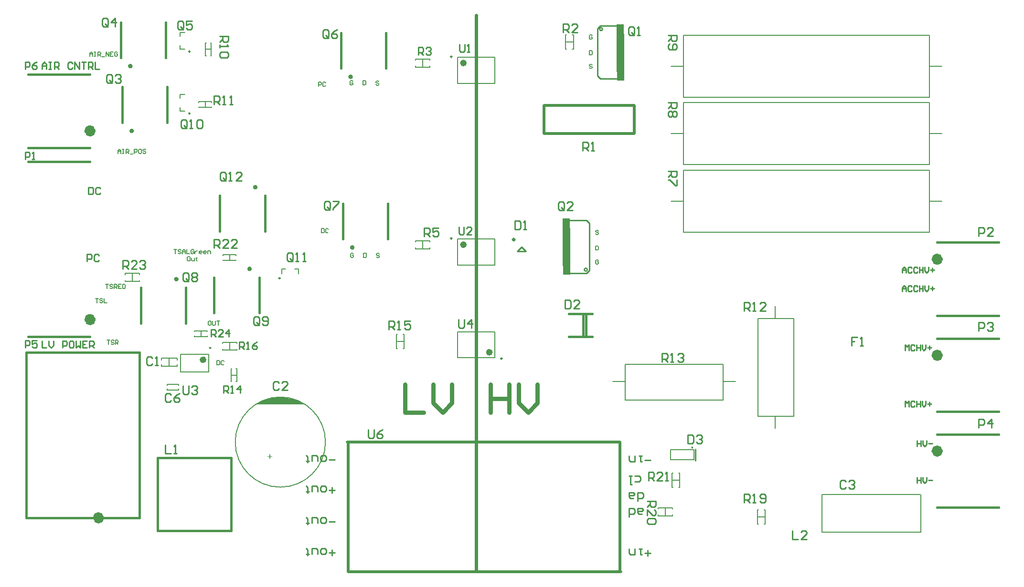
<source format=gbr>
%TF.GenerationSoftware,Altium Limited,Altium Designer,18.1.9 (240)*%
G04 Layer_Color=65535*
%FSLAX26Y26*%
%MOIN*%
%TF.FileFunction,Legend,Top*%
%TF.Part,Single*%
G01*
G75*
%TA.AperFunction,NonConductor*%
%ADD47C,0.007874*%
%ADD48C,0.005906*%
%ADD49C,0.010000*%
%ADD66C,0.039370*%
%ADD67C,0.009842*%
%ADD68C,0.015748*%
%ADD69C,0.023622*%
%ADD70C,0.019685*%
%ADD71C,0.029528*%
%ADD72C,0.009449*%
G04:AMPARAMS|DCode=73|XSize=393.701mil|YSize=51.181mil|CornerRadius=0mil|HoleSize=0mil|Usage=FLASHONLY|Rotation=90.257|XOffset=0mil|YOffset=0mil|HoleType=Round|Shape=Rectangle|*
%AMROTATEDRECTD73*
4,1,4,0.026472,-0.196734,-0.024709,-0.196963,-0.026472,0.196734,0.024709,0.196963,0.026472,-0.196734,0.0*
%
%ADD73ROTATEDRECTD73*%

G36*
X1988032Y1181102D02*
X1653386D01*
X1712441Y1210630D01*
X1781339Y1230315D01*
X1820709D01*
X1889606Y1220472D01*
X1928976Y1210630D01*
X1988032Y1181102D01*
D02*
G37*
G36*
X4696474Y885788D02*
Y885733D01*
Y885566D01*
Y885400D01*
X4696418Y884789D01*
X4696363Y884068D01*
X4696252Y883124D01*
X4696196Y881959D01*
X4696030Y880682D01*
X4695863Y879295D01*
X4695919D01*
X4695974Y879350D01*
X4696141Y879406D01*
X4696363Y879517D01*
X4696918Y879794D01*
X4697639Y880127D01*
X4698527Y880516D01*
X4699582Y880960D01*
X4700747Y881404D01*
X4702024Y881848D01*
X4703245Y878129D01*
X4703189D01*
X4703078Y878074D01*
X4702912Y878018D01*
X4702690Y877963D01*
X4702357Y877852D01*
X4702024Y877741D01*
X4701191Y877519D01*
X4700192Y877297D01*
X4699082Y877019D01*
X4697917Y876797D01*
X4696696Y876631D01*
X4696751Y876575D01*
X4696973Y876353D01*
X4697362Y876020D01*
X4697861Y875521D01*
X4698527Y874799D01*
X4699249Y873967D01*
X4700192Y872912D01*
X4701191Y871691D01*
X4698083Y869527D01*
X4698028Y869638D01*
X4697806Y869915D01*
X4697473Y870359D01*
X4697029Y870970D01*
X4696529Y871802D01*
X4695919Y872746D01*
X4695197Y873856D01*
X4694476Y875077D01*
Y875021D01*
X4694420Y874910D01*
X4694309Y874744D01*
X4694143Y874466D01*
X4693810Y873800D01*
X4693366Y873023D01*
X4692811Y872135D01*
X4692256Y871192D01*
X4691645Y870304D01*
X4691090Y869527D01*
X4688038Y871691D01*
X4688093Y871747D01*
X4688149Y871858D01*
X4688315Y872024D01*
X4688537Y872302D01*
X4689037Y872968D01*
X4689703Y873745D01*
X4690424Y874577D01*
X4691146Y875354D01*
X4691812Y876076D01*
X4692089Y876409D01*
X4692367Y876631D01*
X4692311D01*
X4692200Y876686D01*
X4692034D01*
X4691812Y876742D01*
X4691479Y876797D01*
X4691146Y876908D01*
X4690313Y877075D01*
X4689314Y877297D01*
X4688260Y877519D01*
X4685984Y878129D01*
X4687150Y881848D01*
X4687205D01*
X4687316Y881792D01*
X4687538Y881681D01*
X4687816Y881626D01*
X4688149Y881459D01*
X4688593Y881293D01*
X4689481Y880960D01*
X4690480Y880571D01*
X4691479Y880127D01*
X4692422Y879683D01*
X4693199Y879295D01*
Y879350D01*
Y879517D01*
X4693144Y879739D01*
Y880072D01*
X4693088Y880460D01*
X4693033Y880904D01*
X4692977Y881903D01*
X4692866Y882958D01*
X4692755Y884068D01*
X4692700Y885011D01*
Y885455D01*
Y885844D01*
X4696474D01*
Y885788D01*
D02*
G37*
G36*
X1749480Y816781D02*
X1763331D01*
Y810949D01*
X1749480D01*
Y797244D01*
X1743721D01*
Y810949D01*
X1730016D01*
Y816781D01*
X1743721D01*
Y830486D01*
X1749480D01*
Y816781D01*
D02*
G37*
D47*
X2135669Y915354D02*
G03*
X2135669Y915354I-314961J0D01*
G01*
X1832283Y2093898D02*
Y2125984D01*
X1858268D01*
X1947244Y2093898D02*
Y2125984D01*
X1921260D02*
X1947244D01*
X1120792Y3318898D02*
Y3344882D01*
X1152879D01*
X1120792Y3229921D02*
Y3255905D01*
Y3229921D02*
X1152879D01*
X5275591Y1780512D02*
Y1866142D01*
Y1011378D02*
Y1097008D01*
X5155591Y1780512D02*
X5275591D01*
X5155591Y1097008D02*
Y1780512D01*
Y1097008D02*
X5405591D01*
Y1780512D01*
X5275591D02*
X5405591D01*
X1121378Y3751968D02*
Y3777953D01*
X1153465D01*
X1121378Y3662992D02*
Y3688976D01*
Y3662992D02*
X1153465D01*
X4910433Y1338583D02*
X4996063D01*
X4141299D02*
X4226929D01*
X4910433D02*
Y1458583D01*
X4226929D02*
X4910433D01*
X4226929Y1208583D02*
Y1458583D01*
Y1208583D02*
X4910433D01*
Y1338583D01*
X3318898Y1503937D02*
Y1685039D01*
X3059055Y1503937D02*
Y1685039D01*
Y1503937D02*
X3318898D01*
X3059055Y1685039D02*
X3318898D01*
X3059055Y2153543D02*
Y2334646D01*
X3318898Y2153543D02*
Y2334646D01*
X3059055D02*
X3318898D01*
X3059055Y2153543D02*
X3318898D01*
X3059055Y3423622D02*
Y3604724D01*
X3318897Y3423622D02*
Y3604724D01*
X3059055D02*
X3318897D01*
X3059055Y3423622D02*
X3318897D01*
X5600158Y284291D02*
X6289134D01*
X5600158Y549291D02*
X6289134D01*
X6290158Y284291D02*
Y548071D01*
X5600158Y284291D02*
Y548071D01*
X6351378Y3543307D02*
X6437008D01*
X4547244D02*
X4632874D01*
X6351378D02*
Y3759842D01*
X4632874D02*
X6351378D01*
X4632874Y3326771D02*
Y3759842D01*
Y3326771D02*
X6351378D01*
Y3543307D01*
X4547244Y3070866D02*
X4632874D01*
X6351378D02*
X6437008D01*
X4632874Y2854331D02*
Y3070866D01*
Y2854331D02*
X6351378D01*
Y3287401D01*
X4632874D02*
X6351378D01*
X4632874Y3070866D02*
Y3287401D01*
X6351378Y2598425D02*
X6437008D01*
X4547244D02*
X4632874D01*
X6351378D02*
Y2814960D01*
X4632874D02*
X6351378D01*
X4632874Y2381890D02*
Y2814960D01*
Y2381890D02*
X6351378D01*
Y2598425D01*
X4544961Y791772D02*
Y861772D01*
Y791772D02*
X4705984D01*
Y861772D01*
X4544961D02*
X4705984D01*
X1123543Y1530158D02*
X1320394D01*
X1123543Y1404173D02*
X1320394D01*
Y1530158D01*
X1123543Y1404173D02*
Y1530158D01*
X1653386Y1181102D02*
X1988032D01*
D48*
X1031496Y1279528D02*
Y1287402D01*
Y1279528D02*
X1110236D01*
Y1287402D01*
Y1311024D02*
Y1318898D01*
X1031496D02*
X1110236D01*
X1031496Y1311024D02*
Y1318898D01*
X1511890Y2219724D02*
Y2224724D01*
X1421890D02*
X1511890D01*
X1421890Y2219724D02*
Y2224724D01*
Y2184724D02*
Y2189724D01*
Y2184724D02*
X1511890D01*
Y2189724D01*
X1466890Y2184724D02*
Y2224724D01*
X1311858Y1688228D02*
Y1693228D01*
X1221858D02*
X1311858D01*
X1221858Y1688228D02*
Y1693228D01*
Y1653228D02*
Y1658228D01*
Y1653228D02*
X1311858D01*
Y1658228D01*
X1266858Y1653228D02*
Y1693228D01*
X1044291Y1446024D02*
Y1501142D01*
X989173Y1489331D02*
Y1501142D01*
X1099409D01*
Y1489331D02*
Y1501142D01*
Y1446024D02*
Y1457835D01*
X989173Y1446024D02*
X1099409D01*
X989173D02*
Y1457835D01*
X1416890Y1557716D02*
Y1565275D01*
Y1557716D02*
X1516890D01*
Y1565275D01*
Y1605275D02*
Y1612835D01*
X1416890D02*
X1516890D01*
X1416890Y1605275D02*
Y1612835D01*
X1466890Y1557716D02*
Y1612835D01*
X1476063Y1383504D02*
X1516063D01*
X1511063Y1428504D02*
X1516063D01*
Y1338504D02*
Y1428504D01*
X1511063Y1338504D02*
X1516063D01*
X1476063D02*
X1481063D01*
X1476063D02*
Y1428504D01*
X1481063D01*
X1296968Y3255197D02*
Y3295197D01*
X1251968Y3290197D02*
Y3295197D01*
X1341968D01*
Y3290197D02*
Y3295197D01*
Y3255197D02*
Y3260197D01*
X1251968Y3255197D02*
X1341968D01*
X1251968D02*
Y3260197D01*
X1298898Y3661417D02*
X1338898D01*
X1333898Y3706417D02*
X1338898D01*
Y3616417D02*
Y3706417D01*
X1333898Y3616417D02*
X1338898D01*
X1298898D02*
X1303898D01*
X1298898D02*
Y3706417D01*
X1303898D01*
X2764961Y2266535D02*
Y2274095D01*
Y2266535D02*
X2864961D01*
Y2274095D01*
Y2314095D02*
Y2321654D01*
X2764961D02*
X2864961D01*
X2764961Y2314095D02*
Y2321654D01*
X2814961Y2266535D02*
Y2321654D01*
X5149606Y393701D02*
X5204725D01*
X5197165Y443701D02*
X5204725D01*
Y343701D02*
Y443701D01*
X5197165Y343701D02*
X5204725D01*
X5149606D02*
X5157165D01*
X5149606D02*
Y443701D01*
X5157165D01*
X838781Y2086929D02*
Y2094488D01*
X738781D02*
X838781D01*
X738781Y2086929D02*
Y2094488D01*
Y2039370D02*
Y2046929D01*
Y2039370D02*
X838781D01*
Y2046929D01*
X788781Y2039370D02*
Y2094488D01*
X3858583Y3662736D02*
X3866142D01*
Y3762736D01*
X3858583D02*
X3866142D01*
X3811024D02*
X3818583D01*
X3811024Y3662736D02*
Y3762736D01*
Y3662736D02*
X3818583D01*
X3811024Y3712736D02*
X3866142D01*
X2629921Y1620079D02*
X2685039D01*
X2629921Y1570079D02*
X2637480D01*
X2629921D02*
Y1670079D01*
X2637480D01*
X2677480D02*
X2685039D01*
Y1570079D02*
Y1670079D01*
X2677480Y1570079D02*
X2685039D01*
X4557874Y447953D02*
Y455512D01*
X4457874D02*
X4557874D01*
X4457874Y447953D02*
Y455512D01*
Y400394D02*
Y407953D01*
Y400394D02*
X4557874D01*
Y407953D01*
X4507874Y400394D02*
Y455512D01*
X4553150Y700003D02*
X4560709D01*
X4553150Y600003D02*
Y700003D01*
Y600003D02*
X4560709D01*
X4600709D02*
X4608268D01*
Y700003D01*
X4600709D02*
X4608268D01*
X4553150Y650003D02*
X4608268D01*
X2764961Y3536614D02*
Y3544173D01*
Y3536614D02*
X2864961D01*
Y3544173D01*
Y3584173D02*
Y3591732D01*
X2764961D02*
X2864961D01*
X2764961Y3584173D02*
Y3591732D01*
X2814961Y3536614D02*
Y3591732D01*
X1078115Y2260999D02*
X1097794D01*
X1087954D01*
Y2231480D01*
X1127312Y2256079D02*
X1122392Y2260999D01*
X1112553D01*
X1107633Y2256079D01*
Y2251159D01*
X1112553Y2246239D01*
X1122392D01*
X1127312Y2241320D01*
Y2236400D01*
X1122392Y2231480D01*
X1112553D01*
X1107633Y2236400D01*
X1137151Y2231480D02*
Y2251159D01*
X1146991Y2260999D01*
X1156830Y2251159D01*
Y2231480D01*
Y2246239D01*
X1137151D01*
X1166669Y2260999D02*
Y2231480D01*
X1186348D01*
X1215866Y2256079D02*
X1210946Y2260999D01*
X1201107D01*
X1196187Y2256079D01*
Y2236400D01*
X1201107Y2231480D01*
X1210946D01*
X1215866Y2236400D01*
Y2246239D01*
X1206027D01*
X1225706Y2251159D02*
Y2231480D01*
Y2241320D01*
X1230625Y2246239D01*
X1235545Y2251159D01*
X1240465D01*
X1269983Y2231480D02*
X1260143D01*
X1255224Y2236400D01*
Y2246239D01*
X1260143Y2251159D01*
X1269983D01*
X1274902Y2246239D01*
Y2241320D01*
X1255224D01*
X1299501Y2231480D02*
X1289661D01*
X1284742Y2236400D01*
Y2246239D01*
X1289661Y2251159D01*
X1299501D01*
X1304420Y2246239D01*
Y2241320D01*
X1284742D01*
X1314260Y2231480D02*
Y2251159D01*
X1329019D01*
X1333938Y2246239D01*
Y2231480D01*
X1186348Y2211404D02*
X1176509D01*
X1171589Y2206484D01*
Y2186805D01*
X1176509Y2181886D01*
X1186348D01*
X1191268Y2186805D01*
Y2206484D01*
X1186348Y2211404D01*
X1201107Y2201564D02*
Y2186805D01*
X1206027Y2181886D01*
X1220786D01*
Y2201564D01*
X1235545Y2206484D02*
Y2201564D01*
X1230625D01*
X1240465D01*
X1235545D01*
Y2186805D01*
X1240465Y2181886D01*
X4040682Y2183774D02*
X4035763Y2188694D01*
X4025923D01*
X4021004Y2183774D01*
Y2164096D01*
X4025923Y2159176D01*
X4035763D01*
X4040682Y2164096D01*
Y2173935D01*
X4030843D01*
X4021004Y2287119D02*
Y2257601D01*
X4035763D01*
X4040682Y2262521D01*
Y2282200D01*
X4035763Y2287119D01*
X4021004D01*
X4021010Y2370798D02*
X4025930Y2365878D01*
X4035769D01*
X4040689Y2370798D01*
Y2375718D01*
X4035769Y2380637D01*
X4025930D01*
X4021010Y2385557D01*
Y2390477D01*
X4025930Y2395396D01*
X4035769D01*
X4040689Y2390477D01*
X3996057Y3552157D02*
X3991137Y3557077D01*
X3981298D01*
X3976378Y3552157D01*
Y3547238D01*
X3981298Y3542318D01*
X3991137D01*
X3996057Y3537398D01*
Y3532479D01*
X3991137Y3527559D01*
X3981298D01*
X3976378Y3532479D01*
Y3651565D02*
Y3622047D01*
X3991137D01*
X3996057Y3626967D01*
Y3646646D01*
X3991137Y3651565D01*
X3976378D01*
X3996057Y3756035D02*
X3991137Y3760955D01*
X3981298D01*
X3976378Y3756035D01*
Y3736357D01*
X3981298Y3731437D01*
X3991137D01*
X3996057Y3736357D01*
Y3746196D01*
X3986217D01*
X2326765Y3435817D02*
X2321846Y3440737D01*
X2312006D01*
X2307087Y3435817D01*
Y3416139D01*
X2312006Y3411219D01*
X2321846D01*
X2326765Y3416139D01*
Y3425978D01*
X2316926D01*
X2397638Y3440737D02*
Y3411219D01*
X2412397D01*
X2417316Y3416139D01*
Y3435817D01*
X2412397Y3440737D01*
X2397638D01*
X2507868Y3434046D02*
X2502948Y3438965D01*
X2493109D01*
X2488189Y3434046D01*
Y3429126D01*
X2493109Y3424206D01*
X2502948D01*
X2507868Y3419287D01*
Y3414367D01*
X2502948Y3409447D01*
X2493109D01*
X2488189Y3414367D01*
X2511805Y2229323D02*
X2506885Y2234242D01*
X2497046D01*
X2492126Y2229323D01*
Y2224403D01*
X2497046Y2219483D01*
X2506885D01*
X2511805Y2214564D01*
Y2209644D01*
X2506885Y2204724D01*
X2497046D01*
X2492126Y2209644D01*
X2401575Y2236014D02*
Y2206496D01*
X2416334D01*
X2421253Y2211416D01*
Y2231095D01*
X2416334Y2236014D01*
X2401575D01*
X2330702Y2231095D02*
X2325783Y2236014D01*
X2315943D01*
X2311024Y2231095D01*
Y2211416D01*
X2315943Y2206496D01*
X2325783D01*
X2330702Y2211416D01*
Y2221255D01*
X2320863D01*
X1379055Y1484400D02*
Y1454882D01*
X1393814D01*
X1398734Y1459802D01*
Y1479480D01*
X1393814Y1484400D01*
X1379055D01*
X1428252Y1479480D02*
X1423332Y1484400D01*
X1413493D01*
X1408573Y1479480D01*
Y1459802D01*
X1413493Y1454882D01*
X1423332D01*
X1428252Y1459802D01*
X1332397Y1761802D02*
X1322557D01*
X1317638Y1756882D01*
Y1737203D01*
X1322557Y1732284D01*
X1332397D01*
X1337316Y1737203D01*
Y1756882D01*
X1332397Y1761802D01*
X1347156D02*
Y1737203D01*
X1352076Y1732284D01*
X1361915D01*
X1366835Y1737203D01*
Y1761802D01*
X1376674D02*
X1396353D01*
X1386513D01*
Y1732284D01*
X610236Y1627590D02*
X629915D01*
X620076D01*
Y1598072D01*
X659433Y1622670D02*
X654513Y1627590D01*
X644674D01*
X639754Y1622670D01*
Y1617750D01*
X644674Y1612831D01*
X654513D01*
X659433Y1607911D01*
Y1602991D01*
X654513Y1598072D01*
X644674D01*
X639754Y1602991D01*
X669272Y1598072D02*
Y1627590D01*
X684031D01*
X688951Y1622670D01*
Y1612831D01*
X684031Y1607911D01*
X669272D01*
X679112D02*
X688951Y1598072D01*
X2106299Y2408298D02*
Y2378780D01*
X2121058D01*
X2125978Y2383699D01*
Y2403378D01*
X2121058Y2408298D01*
X2106299D01*
X2155496Y2403378D02*
X2150576Y2408298D01*
X2140737D01*
X2135817Y2403378D01*
Y2383699D01*
X2140737Y2378780D01*
X2150576D01*
X2155496Y2383699D01*
X2086614Y3401575D02*
Y3431093D01*
X2101373D01*
X2106293Y3426173D01*
Y3416334D01*
X2101373Y3411414D01*
X2086614D01*
X2135811Y3426173D02*
X2130891Y3431093D01*
X2121052D01*
X2116132Y3426173D01*
Y3406494D01*
X2121052Y3401575D01*
X2130891D01*
X2135811Y3406494D01*
X492126Y3613189D02*
Y3632868D01*
X501965Y3642707D01*
X511805Y3632868D01*
Y3613189D01*
Y3627948D01*
X492126D01*
X521644Y3642707D02*
X531484D01*
X526564D01*
Y3613189D01*
X521644D01*
X531484D01*
X546242D02*
Y3642707D01*
X561001D01*
X565921Y3637787D01*
Y3627948D01*
X561001Y3623028D01*
X546242D01*
X556082D02*
X565921Y3613189D01*
X575761Y3608269D02*
X595439D01*
X605279Y3613189D02*
Y3642707D01*
X624957Y3613189D01*
Y3642707D01*
X654476D02*
X634797D01*
Y3613189D01*
X654476D01*
X634797Y3627948D02*
X644636D01*
X683994Y3637787D02*
X679074Y3642707D01*
X669235D01*
X664315Y3637787D01*
Y3618109D01*
X669235Y3613189D01*
X679074D01*
X683994Y3618109D01*
Y3627948D01*
X674154D01*
X601378Y2017707D02*
X621057D01*
X611217D01*
Y1988189D01*
X650575Y2012787D02*
X645655Y2017707D01*
X635816D01*
X630896Y2012787D01*
Y2007868D01*
X635816Y2002948D01*
X645655D01*
X650575Y1998028D01*
Y1993109D01*
X645655Y1988189D01*
X635816D01*
X630896Y1993109D01*
X660414Y1988189D02*
Y2017707D01*
X675173D01*
X680093Y2012787D01*
Y2002948D01*
X675173Y1998028D01*
X660414D01*
X670253D02*
X680093Y1988189D01*
X709611Y2017707D02*
X689932D01*
Y1988189D01*
X709611D01*
X689932Y2002948D02*
X699771D01*
X719450Y2017707D02*
Y1988189D01*
X734209D01*
X739129Y1993109D01*
Y2012787D01*
X734209Y2017707D01*
X719450D01*
X688976Y2933071D02*
Y2952750D01*
X698816Y2962589D01*
X708655Y2952750D01*
Y2933071D01*
Y2947830D01*
X688976D01*
X718495Y2962589D02*
X728334D01*
X723414D01*
Y2933071D01*
X718495D01*
X728334D01*
X743093D02*
Y2962589D01*
X757852D01*
X762772Y2957669D01*
Y2947830D01*
X757852Y2942910D01*
X743093D01*
X752932D02*
X762772Y2933071D01*
X772611Y2928151D02*
X792290D01*
X802129Y2933071D02*
Y2962589D01*
X816888D01*
X821808Y2957669D01*
Y2947830D01*
X816888Y2942910D01*
X802129D01*
X846406Y2962589D02*
X836567D01*
X831647Y2957669D01*
Y2937991D01*
X836567Y2933071D01*
X846406D01*
X851326Y2937991D01*
Y2957669D01*
X846406Y2962589D01*
X880844Y2957669D02*
X875924Y2962589D01*
X866085D01*
X861165Y2957669D01*
Y2952750D01*
X866085Y2947830D01*
X875924D01*
X880844Y2942910D01*
Y2937991D01*
X875924Y2933071D01*
X866085D01*
X861165Y2937991D01*
X531496Y1919282D02*
X551175D01*
X541336D01*
Y1889764D01*
X580693Y1914362D02*
X575773Y1919282D01*
X565934D01*
X561014Y1914362D01*
Y1909443D01*
X565934Y1904523D01*
X575773D01*
X580693Y1899603D01*
Y1894684D01*
X575773Y1889764D01*
X565934D01*
X561014Y1894684D01*
X590532Y1919282D02*
Y1889764D01*
X610211D01*
D49*
X3962638Y2120394D02*
G03*
X3962638Y2120394I-10000J0D01*
G01*
X4069173Y3801732D02*
G03*
X4069173Y3801732I-10000J0D01*
G01*
X3478937Y2250394D02*
X3533937D01*
X3503937Y2280394D02*
X3533937Y2250394D01*
X3473937D02*
X3503937Y2280394D01*
X3473937Y2250394D02*
X3478937D01*
X3842055Y2095394D02*
X3957638D01*
X3977638Y2115394D01*
Y2445394D01*
X3957638Y2465394D02*
X3977638Y2445394D01*
X3842055Y2465394D02*
X3957638D01*
X4054173Y3826732D02*
X4169756D01*
X4034173Y3806732D02*
X4054173Y3826732D01*
X4034173Y3476732D02*
Y3806732D01*
Y3476732D02*
X4054173Y3456732D01*
X4169756D01*
X482441Y2696992D02*
Y2647795D01*
X507039D01*
X515239Y2655995D01*
Y2688793D01*
X507039Y2696992D01*
X482441D01*
X564435Y2688793D02*
X556236Y2696992D01*
X539837D01*
X531638Y2688793D01*
Y2655995D01*
X539837Y2647795D01*
X556236D01*
X564435Y2655995D01*
X472441Y2178780D02*
Y2227976D01*
X497039D01*
X505239Y2219777D01*
Y2203378D01*
X497039Y2195178D01*
X472441D01*
X554435Y2219777D02*
X546236Y2227976D01*
X529837D01*
X521638Y2219777D01*
Y2186979D01*
X529837Y2178780D01*
X546236D01*
X554435Y2186979D01*
X157480Y1621678D02*
Y1574449D01*
X188966D01*
X204709Y1621678D02*
Y1590192D01*
X220452Y1574449D01*
X236195Y1590192D01*
Y1621678D01*
X299167Y1574449D02*
Y1621678D01*
X322781D01*
X330653Y1613806D01*
Y1598063D01*
X322781Y1590192D01*
X299167D01*
X370010Y1621678D02*
X354267D01*
X346396Y1613806D01*
Y1582320D01*
X354267Y1574449D01*
X370010D01*
X377881Y1582320D01*
Y1613806D01*
X370010Y1621678D01*
X393624D02*
Y1574449D01*
X409367Y1590192D01*
X425110Y1574449D01*
Y1621678D01*
X472339D02*
X440853D01*
Y1574449D01*
X472339D01*
X440853Y1598063D02*
X456596D01*
X488082Y1574449D02*
Y1621678D01*
X511696D01*
X519568Y1613806D01*
Y1598063D01*
X511696Y1590192D01*
X488082D01*
X503825D02*
X519568Y1574449D01*
X6161417Y2100394D02*
Y2126632D01*
X6174536Y2139751D01*
X6187655Y2126632D01*
Y2100394D01*
Y2120072D01*
X6161417D01*
X6227013Y2133191D02*
X6220453Y2139751D01*
X6207334D01*
X6200775Y2133191D01*
Y2106953D01*
X6207334Y2100394D01*
X6220453D01*
X6227013Y2106953D01*
X6266370Y2133191D02*
X6259811Y2139751D01*
X6246692D01*
X6240132Y2133191D01*
Y2106953D01*
X6246692Y2100394D01*
X6259811D01*
X6266370Y2106953D01*
X6279489Y2139751D02*
Y2100394D01*
Y2120072D01*
X6305728D01*
Y2139751D01*
Y2100394D01*
X6318847Y2139751D02*
Y2113513D01*
X6331966Y2100394D01*
X6345085Y2113513D01*
Y2139751D01*
X6358204Y2120072D02*
X6384443D01*
X6371323Y2133191D02*
Y2106953D01*
X6161417Y1968504D02*
Y1994742D01*
X6174536Y2007861D01*
X6187655Y1994742D01*
Y1968504D01*
Y1988183D01*
X6161417D01*
X6227013Y2001302D02*
X6220453Y2007861D01*
X6207334D01*
X6200775Y2001302D01*
Y1975063D01*
X6207334Y1968504D01*
X6220453D01*
X6227013Y1975063D01*
X6266370Y2001302D02*
X6259811Y2007861D01*
X6246692D01*
X6240132Y2001302D01*
Y1975063D01*
X6246692Y1968504D01*
X6259811D01*
X6266370Y1975063D01*
X6279489Y2007861D02*
Y1968504D01*
Y1988183D01*
X6305728D01*
Y2007861D01*
Y1968504D01*
X6318847Y2007861D02*
Y1981623D01*
X6331966Y1968504D01*
X6345085Y1981623D01*
Y2007861D01*
X6358204Y1988183D02*
X6384443D01*
X6371323Y2001302D02*
Y1975063D01*
X6181102Y1555118D02*
Y1594476D01*
X6194221Y1581356D01*
X6207341Y1594476D01*
Y1555118D01*
X6246698Y1587916D02*
X6240139Y1594476D01*
X6227019D01*
X6220460Y1587916D01*
Y1561678D01*
X6227019Y1555118D01*
X6240139D01*
X6246698Y1561678D01*
X6259817Y1594476D02*
Y1555118D01*
Y1574797D01*
X6286055D01*
Y1594476D01*
Y1555118D01*
X6299175Y1594476D02*
Y1568237D01*
X6312294Y1555118D01*
X6325413Y1568237D01*
Y1594476D01*
X6338532Y1574797D02*
X6364770D01*
X6351651Y1587916D02*
Y1561678D01*
X6181102Y1161417D02*
Y1200775D01*
X6194221Y1187656D01*
X6207341Y1200775D01*
Y1161417D01*
X6246698Y1194215D02*
X6240139Y1200775D01*
X6227019D01*
X6220460Y1194215D01*
Y1167977D01*
X6227019Y1161417D01*
X6240139D01*
X6246698Y1167977D01*
X6259817Y1200775D02*
Y1161417D01*
Y1181096D01*
X6286055D01*
Y1200775D01*
Y1161417D01*
X6299175Y1200775D02*
Y1174536D01*
X6312294Y1161417D01*
X6325413Y1174536D01*
Y1200775D01*
X6338532Y1181096D02*
X6364770D01*
X6351651Y1194215D02*
Y1167977D01*
X6265748Y669279D02*
Y629921D01*
Y649600D01*
X6291986D01*
Y669279D01*
Y629921D01*
X6305105Y669279D02*
Y643040D01*
X6318225Y629921D01*
X6331344Y643040D01*
Y669279D01*
X6344463Y649600D02*
X6370701D01*
X6265748Y925184D02*
Y885827D01*
Y905505D01*
X6291986D01*
Y925184D01*
Y885827D01*
X6305105Y925184D02*
Y898946D01*
X6318225Y885827D01*
X6331344Y898946D01*
Y925184D01*
X6344463Y905505D02*
X6370701D01*
X4405669Y787293D02*
X4365682D01*
X4345689Y817283D02*
X4325695D01*
X4335692D01*
Y777296D01*
X4345689D01*
X4295705Y817283D02*
Y777296D01*
X4265715D01*
X4255718Y787293D01*
Y817283D01*
X4295682Y637296D02*
X4325672D01*
X4335669Y647293D01*
Y667287D01*
X4325672Y677283D01*
X4295682D01*
X4275689D02*
X4255695D01*
X4265692D01*
Y617303D01*
X4275689D01*
X4345672Y412296D02*
X4325679D01*
X4315682Y422293D01*
Y452283D01*
X4345672D01*
X4355669Y442287D01*
X4345672Y432290D01*
X4315682D01*
X4255702Y392303D02*
Y452283D01*
X4285692D01*
X4295689Y442287D01*
Y422293D01*
X4285692Y412296D01*
X4255702D01*
X4405669Y137333D02*
X4365682D01*
X4385676Y117339D02*
Y157326D01*
X4345689Y167323D02*
X4325695D01*
X4335692D01*
Y127336D01*
X4345689D01*
X4295705Y167323D02*
Y127336D01*
X4265715D01*
X4255718Y137333D01*
Y167323D01*
X4315682Y502303D02*
Y562283D01*
X4345672D01*
X4355669Y552287D01*
Y532293D01*
X4345672Y522296D01*
X4315682D01*
X4285692D02*
X4265698D01*
X4255702Y532293D01*
Y562283D01*
X4285692D01*
X4295689Y552287D01*
X4285692Y542290D01*
X4255702D01*
X2200669Y357293D02*
X2160682D01*
X2130692Y387283D02*
X2110698D01*
X2100702Y377287D01*
Y357293D01*
X2110698Y347296D01*
X2130692D01*
X2140689Y357293D01*
Y377287D01*
X2130692Y387283D01*
X2080708Y347296D02*
Y377287D01*
X2070711Y387283D01*
X2040721D01*
Y347296D01*
X2010731Y337300D02*
Y347296D01*
X2020727D01*
X2000734D01*
X2010731D01*
Y377287D01*
X2000734Y387283D01*
X2200669Y792293D02*
X2160682D01*
X2130692Y822283D02*
X2110698D01*
X2100702Y812287D01*
Y792293D01*
X2110698Y782296D01*
X2130692D01*
X2140689Y792293D01*
Y812287D01*
X2130692Y822283D01*
X2080708Y782296D02*
Y812287D01*
X2070711Y822283D01*
X2040721D01*
Y782296D01*
X2010731Y772300D02*
Y782296D01*
X2020727D01*
X2000734D01*
X2010731D01*
Y812287D01*
X2000734Y822283D01*
X2200669Y577293D02*
X2160682D01*
X2180676Y557300D02*
Y597287D01*
X2130692Y607283D02*
X2110698D01*
X2100702Y597287D01*
Y577293D01*
X2110698Y567296D01*
X2130692D01*
X2140689Y577293D01*
Y597287D01*
X2130692Y607283D01*
X2080708Y567296D02*
Y597287D01*
X2070711Y607283D01*
X2040721D01*
Y567296D01*
X2010731Y557300D02*
Y567296D01*
X2020727D01*
X2000734D01*
X2010731D01*
Y597287D01*
X2000734Y607283D01*
X2200669Y142293D02*
X2160682D01*
X2180676Y122300D02*
Y162287D01*
X2130692Y172283D02*
X2110698D01*
X2100702Y162287D01*
Y142293D01*
X2110698Y132296D01*
X2130692D01*
X2140689Y142293D01*
Y162287D01*
X2130692Y172283D01*
X2080708Y132296D02*
Y162287D01*
X2070711Y172283D01*
X2040721D01*
Y132296D01*
X2010731Y122300D02*
Y132296D01*
X2020727D01*
X2000734D01*
X2010731D01*
Y162287D01*
X2000734Y172283D01*
X1337449Y1651575D02*
Y1700772D01*
X1362047D01*
X1370247Y1692572D01*
Y1676173D01*
X1362047Y1667974D01*
X1337449D01*
X1353848D02*
X1370247Y1651575D01*
X1419443D02*
X1386646D01*
X1419443Y1684373D01*
Y1692572D01*
X1411244Y1700772D01*
X1394845D01*
X1386646Y1692572D01*
X1460441Y1651575D02*
Y1700772D01*
X1435842Y1676173D01*
X1468640D01*
X1357476Y2270669D02*
Y2330650D01*
X1387466D01*
X1397463Y2320653D01*
Y2300660D01*
X1387466Y2290663D01*
X1357476D01*
X1377469D02*
X1397463Y2270669D01*
X1457443D02*
X1417456D01*
X1457443Y2310656D01*
Y2320653D01*
X1447447Y2330650D01*
X1427453D01*
X1417456Y2320653D01*
X1517424Y2270669D02*
X1477437D01*
X1517424Y2310656D01*
Y2320653D01*
X1507427Y2330650D01*
X1487434D01*
X1477437Y2320653D01*
X1439523Y2752926D02*
Y2792913D01*
X1429526Y2802910D01*
X1409532D01*
X1399535Y2792913D01*
Y2752926D01*
X1409532Y2742929D01*
X1429526D01*
X1419529Y2762923D02*
X1439523Y2742929D01*
X1429526D02*
X1439523Y2752926D01*
X1459516Y2742929D02*
X1479509D01*
X1469513D01*
Y2802910D01*
X1459516Y2792913D01*
X1549487Y2742929D02*
X1509500D01*
X1549487Y2782916D01*
Y2792913D01*
X1539490Y2802910D01*
X1519497D01*
X1509500Y2792913D01*
X1058691Y1245850D02*
X1048694Y1255847D01*
X1028701D01*
X1018704Y1245850D01*
Y1205863D01*
X1028701Y1195866D01*
X1048694D01*
X1058691Y1205863D01*
X1118672Y1255847D02*
X1098678Y1245850D01*
X1078685Y1225857D01*
Y1205863D01*
X1088681Y1195866D01*
X1108675D01*
X1118672Y1205863D01*
Y1215860D01*
X1108675Y1225857D01*
X1078685D01*
X39370Y2893701D02*
Y2942898D01*
X63968D01*
X72168Y2934698D01*
Y2918299D01*
X63968Y2910100D01*
X39370D01*
X88567Y2893701D02*
X104966D01*
X96766D01*
Y2942898D01*
X88567Y2934698D01*
X616404Y3828894D02*
Y3868881D01*
X606408Y3878878D01*
X586414D01*
X576417Y3868881D01*
Y3828894D01*
X586414Y3818898D01*
X606408D01*
X596411Y3838891D02*
X616404Y3818898D01*
X606408D02*
X616404Y3828894D01*
X666388Y3818898D02*
Y3878878D01*
X636398Y3848888D01*
X676385D01*
X2165971Y2549367D02*
Y2589354D01*
X2155975Y2599351D01*
X2135981D01*
X2125984Y2589354D01*
Y2549367D01*
X2135981Y2539370D01*
X2155975D01*
X2145978Y2559364D02*
X2165971Y2539370D01*
X2155975D02*
X2165971Y2549367D01*
X2185965Y2599351D02*
X2225952D01*
Y2589354D01*
X2185965Y2549367D01*
Y2539370D01*
X1905994Y2190390D02*
Y2230378D01*
X1895997Y2240374D01*
X1876004D01*
X1866007Y2230378D01*
Y2190390D01*
X1876004Y2180394D01*
X1895997D01*
X1886001Y2200387D02*
X1905994Y2180394D01*
X1895997D02*
X1905994Y2190390D01*
X1925988Y2180394D02*
X1945981D01*
X1935984D01*
Y2240374D01*
X1925988Y2230378D01*
X1975971Y2180394D02*
X1995965D01*
X1985968D01*
Y2240374D01*
X1975971Y2230378D01*
X1166685Y3120233D02*
Y3160220D01*
X1156688Y3170217D01*
X1136695D01*
X1126698Y3160220D01*
Y3120233D01*
X1136695Y3110236D01*
X1156688D01*
X1146691Y3130230D02*
X1166685Y3110236D01*
X1156688D02*
X1166685Y3120233D01*
X1186678Y3110236D02*
X1206672D01*
X1196675D01*
Y3170217D01*
X1186678Y3160220D01*
X1236662D02*
X1246659Y3170217D01*
X1266652D01*
X1276649Y3160220D01*
Y3120233D01*
X1266652Y3110236D01*
X1246659D01*
X1236662Y3120233D01*
Y3160220D01*
X5059055Y1830709D02*
Y1890689D01*
X5089045D01*
X5099042Y1880693D01*
Y1860699D01*
X5089045Y1850702D01*
X5059055D01*
X5079049D02*
X5099042Y1830709D01*
X5119036D02*
X5139029D01*
X5129033D01*
Y1890689D01*
X5119036Y1880693D01*
X5209007Y1830709D02*
X5169020D01*
X5209007Y1870696D01*
Y1880693D01*
X5199010Y1890689D01*
X5179016D01*
X5169020Y1880693D01*
X4485000Y1476378D02*
Y1536359D01*
X4514990D01*
X4524987Y1526362D01*
Y1506368D01*
X4514990Y1496371D01*
X4485000D01*
X4504993D02*
X4524987Y1476378D01*
X4544981D02*
X4564974D01*
X4554977D01*
Y1536359D01*
X4544981Y1526362D01*
X4594964D02*
X4604961Y1536359D01*
X4624955D01*
X4634952Y1526362D01*
Y1516365D01*
X4624955Y1506368D01*
X4614958D01*
X4624955D01*
X4634952Y1496371D01*
Y1486375D01*
X4624955Y1476378D01*
X4604961D01*
X4594964Y1486375D01*
X4527559Y2808425D02*
X4587540D01*
Y2778435D01*
X4577543Y2768438D01*
X4557549D01*
X4547553Y2778435D01*
Y2808425D01*
Y2788432D02*
X4527559Y2768438D01*
X4587540Y2748444D02*
Y2708457D01*
X4577543D01*
X4537556Y2748444D01*
X4527559D01*
X3458661Y2462382D02*
Y2402401D01*
X3488652D01*
X3498648Y2412398D01*
Y2452385D01*
X3488652Y2462382D01*
X3458661D01*
X3518642Y2402401D02*
X3538635D01*
X3528639D01*
Y2462382D01*
X3518642Y2452385D01*
X39370Y1574803D02*
Y1624000D01*
X63968D01*
X72168Y1615800D01*
Y1599401D01*
X63968Y1591202D01*
X39370D01*
X121365Y1624000D02*
X88567D01*
Y1599401D01*
X104966Y1607601D01*
X113165D01*
X121365Y1599401D01*
Y1583003D01*
X113165Y1574803D01*
X96766D01*
X88567Y1583003D01*
X4527559Y3287401D02*
X4587540D01*
Y3257411D01*
X4577543Y3247414D01*
X4557549D01*
X4547553Y3257411D01*
Y3287401D01*
Y3267408D02*
X4527559Y3247414D01*
X4577543Y3227421D02*
X4587540Y3217424D01*
Y3197430D01*
X4577543Y3187434D01*
X4567546D01*
X4557549Y3197430D01*
X4547553Y3187434D01*
X4537556D01*
X4527559Y3197430D01*
Y3217424D01*
X4537556Y3227421D01*
X4547553D01*
X4557549Y3217424D01*
X4567546Y3227421D01*
X4577543D01*
X4557549Y3217424D02*
Y3197430D01*
X3062992Y1772579D02*
Y1722595D01*
X3072989Y1712598D01*
X3092983D01*
X3102979Y1722595D01*
Y1772579D01*
X3152963Y1712598D02*
Y1772579D01*
X3122973Y1742589D01*
X3162960D01*
X4527559Y3759843D02*
X4587540D01*
Y3729852D01*
X4577543Y3719855D01*
X4557549D01*
X4547553Y3729852D01*
Y3759843D01*
Y3739849D02*
X4527559Y3719855D01*
X4537556Y3699862D02*
X4527559Y3689865D01*
Y3669872D01*
X4537556Y3659875D01*
X4577543D01*
X4587540Y3669872D01*
Y3689865D01*
X4577543Y3699862D01*
X4567546D01*
X4557549Y3689865D01*
Y3659875D01*
X3931095Y2952756D02*
Y3012736D01*
X3961086D01*
X3971083Y3002740D01*
Y2982746D01*
X3961086Y2972749D01*
X3931095D01*
X3951089D02*
X3971083Y2952756D01*
X3991076D02*
X4011070D01*
X4001073D01*
Y3012736D01*
X3991076Y3002740D01*
X6692913Y1015748D02*
Y1075729D01*
X6722904D01*
X6732900Y1065732D01*
Y1045738D01*
X6722904Y1035742D01*
X6692913D01*
X6782884Y1015748D02*
Y1075729D01*
X6752894Y1045738D01*
X6792881D01*
X5847074Y1647578D02*
X5807087D01*
Y1617588D01*
X5827080D01*
X5807087D01*
Y1587598D01*
X5867067D02*
X5887061D01*
X5877064D01*
Y1647578D01*
X5867067Y1637581D01*
X5393701Y296201D02*
Y236220D01*
X5433688D01*
X5493668D02*
X5453681D01*
X5493668Y276208D01*
Y286204D01*
X5483672Y296201D01*
X5463678D01*
X5453681Y286204D01*
X5768334Y640535D02*
X5758337Y650532D01*
X5738343D01*
X5728346Y640535D01*
Y600548D01*
X5738343Y590551D01*
X5758337D01*
X5768334Y600548D01*
X5788327Y640535D02*
X5798324Y650532D01*
X5818317D01*
X5828314Y640535D01*
Y630538D01*
X5818317Y620542D01*
X5808321D01*
X5818317D01*
X5828314Y610545D01*
Y600548D01*
X5818317Y590551D01*
X5798324D01*
X5788327Y600548D01*
X1811641Y1328527D02*
X1801644Y1338524D01*
X1781650D01*
X1771653Y1328527D01*
Y1288540D01*
X1781650Y1278543D01*
X1801644D01*
X1811641Y1288540D01*
X1871621Y1278543D02*
X1831634D01*
X1871621Y1318530D01*
Y1328527D01*
X1861624Y1338524D01*
X1841631D01*
X1831634Y1328527D01*
X1144318Y3809209D02*
Y3849196D01*
X1134321Y3859193D01*
X1114328D01*
X1104331Y3849196D01*
Y3809209D01*
X1114328Y3799213D01*
X1134321D01*
X1124324Y3819206D02*
X1144318Y3799213D01*
X1134321D02*
X1144318Y3809209D01*
X1204299Y3859193D02*
X1164311D01*
Y3829203D01*
X1184305Y3839200D01*
X1194302D01*
X1204299Y3829203D01*
Y3809209D01*
X1194302Y3799213D01*
X1174308D01*
X1164311Y3809209D01*
X2433661Y1003130D02*
Y953146D01*
X2443658Y943150D01*
X2463652D01*
X2473648Y953146D01*
Y1003130D01*
X2533629D02*
X2513635Y993133D01*
X2493642Y973140D01*
Y953146D01*
X2503639Y943150D01*
X2523632D01*
X2533629Y953146D01*
Y963143D01*
X2523632Y973140D01*
X2493642D01*
X4379409Y503504D02*
X4439390D01*
Y473514D01*
X4429393Y463517D01*
X4409400D01*
X4399403Y473514D01*
Y503504D01*
Y483510D02*
X4379409Y463517D01*
Y403536D02*
Y443523D01*
X4419396Y403536D01*
X4429393D01*
X4439390Y413533D01*
Y433526D01*
X4429393Y443523D01*
Y383543D02*
X4439390Y373546D01*
Y353552D01*
X4429393Y343556D01*
X4389406D01*
X4379409Y353552D01*
Y373546D01*
X4389406Y383543D01*
X4429393D01*
X5059055Y492126D02*
Y552107D01*
X5089045D01*
X5099042Y542110D01*
Y522116D01*
X5089045Y512120D01*
X5059055D01*
X5079049D02*
X5099042Y492126D01*
X5119036D02*
X5139029D01*
X5129033D01*
Y552107D01*
X5119036Y542110D01*
X5169020Y502123D02*
X5179016Y492126D01*
X5199010D01*
X5209007Y502123D01*
Y542110D01*
X5199010Y552107D01*
X5179016D01*
X5169020Y542110D01*
Y532113D01*
X5179016Y522116D01*
X5209007D01*
X1535433Y1565275D02*
Y1614472D01*
X1560031D01*
X1568231Y1606273D01*
Y1589874D01*
X1560031Y1581674D01*
X1535433D01*
X1551832D02*
X1568231Y1565275D01*
X1584630D02*
X1601029D01*
X1592829D01*
Y1614472D01*
X1584630Y1606273D01*
X1658425Y1614472D02*
X1642026Y1606273D01*
X1625627Y1589874D01*
Y1573475D01*
X1633826Y1565275D01*
X1650225D01*
X1658425Y1573475D01*
Y1581674D01*
X1650225Y1589874D01*
X1625627D01*
X2578740Y1702756D02*
Y1762736D01*
X2608731D01*
X2618727Y1752740D01*
Y1732746D01*
X2608731Y1722749D01*
X2578740D01*
X2598734D02*
X2618727Y1702756D01*
X2638721D02*
X2658714D01*
X2648718D01*
Y1762736D01*
X2638721Y1752740D01*
X2728692Y1762736D02*
X2688705D01*
Y1732746D01*
X2708698Y1742743D01*
X2718695D01*
X2728692Y1732746D01*
Y1712753D01*
X2718695Y1702756D01*
X2698701D01*
X2688705Y1712753D01*
X1358268Y3275197D02*
Y3335177D01*
X1388258D01*
X1398255Y3325181D01*
Y3305187D01*
X1388258Y3295190D01*
X1358268D01*
X1378261D02*
X1398255Y3275197D01*
X1418248D02*
X1438242D01*
X1428245D01*
Y3335177D01*
X1418248Y3325181D01*
X1468232Y3275197D02*
X1488226D01*
X1478229D01*
Y3335177D01*
X1468232Y3325181D01*
X1673845Y1742280D02*
Y1782267D01*
X1663849Y1792264D01*
X1643855D01*
X1633858Y1782267D01*
Y1742280D01*
X1643855Y1732284D01*
X1663849D01*
X1653852Y1752277D02*
X1673845Y1732284D01*
X1663849D02*
X1673845Y1742280D01*
X1693839D02*
X1703836Y1732284D01*
X1723829D01*
X1733826Y1742280D01*
Y1782267D01*
X1723829Y1792264D01*
X1703836D01*
X1693839Y1782267D01*
Y1772271D01*
X1703836Y1762274D01*
X1733826D01*
X1181719Y2049367D02*
Y2089354D01*
X1171723Y2099351D01*
X1151729D01*
X1141732Y2089354D01*
Y2049367D01*
X1151729Y2039370D01*
X1171723D01*
X1161726Y2059363D02*
X1181719Y2039370D01*
X1171723D02*
X1181719Y2049367D01*
X1201713Y2089354D02*
X1211710Y2099351D01*
X1231703D01*
X1241700Y2089354D01*
Y2079357D01*
X1231703Y2069360D01*
X1241700Y2059363D01*
Y2049367D01*
X1231703Y2039370D01*
X1211710D01*
X1201713Y2049367D01*
Y2059363D01*
X1211710Y2069360D01*
X1201713Y2079357D01*
Y2089354D01*
X1211710Y2069360D02*
X1231703D01*
X2156773Y3750154D02*
Y3790141D01*
X2146777Y3800138D01*
X2126783D01*
X2116786Y3790141D01*
Y3750154D01*
X2126783Y3740157D01*
X2146777D01*
X2136780Y3760151D02*
X2156773Y3740157D01*
X2146777D02*
X2156773Y3750154D01*
X2216754Y3800138D02*
X2196760Y3790141D01*
X2176767Y3770148D01*
Y3750154D01*
X2186764Y3740157D01*
X2206757D01*
X2216754Y3750154D01*
Y3760151D01*
X2206757Y3770148D01*
X2176767D01*
X649042Y3435194D02*
Y3475181D01*
X639045Y3485177D01*
X619052D01*
X609055Y3475181D01*
Y3435194D01*
X619052Y3425197D01*
X639045D01*
X629049Y3445190D02*
X649042Y3425197D01*
X639045D02*
X649042Y3435194D01*
X669036Y3475181D02*
X679033Y3485177D01*
X699026D01*
X709023Y3475181D01*
Y3465184D01*
X699026Y3455187D01*
X689029D01*
X699026D01*
X709023Y3445190D01*
Y3435194D01*
X699026Y3425197D01*
X679033D01*
X669036Y3435194D01*
X3799830Y2546296D02*
Y2586283D01*
X3789833Y2596280D01*
X3769839D01*
X3759843Y2586283D01*
Y2546296D01*
X3769839Y2536299D01*
X3789833D01*
X3779836Y2556293D02*
X3799830Y2536299D01*
X3789833D02*
X3799830Y2546296D01*
X3859810Y2536299D02*
X3819823D01*
X3859810Y2576286D01*
Y2586283D01*
X3849813Y2596280D01*
X3829820D01*
X3819823Y2586283D01*
X39370Y3523622D02*
Y3572819D01*
X63968D01*
X72168Y3564619D01*
Y3548220D01*
X63968Y3540021D01*
X39370D01*
X121365Y3572819D02*
X104966Y3564619D01*
X88567Y3548220D01*
Y3531821D01*
X96766Y3523622D01*
X113165D01*
X121365Y3531821D01*
Y3540021D01*
X113165Y3548220D01*
X88567D01*
X6692913Y1692913D02*
Y1752894D01*
X6722904D01*
X6732900Y1742897D01*
Y1722904D01*
X6722904Y1712907D01*
X6692913D01*
X6752894Y1742897D02*
X6762891Y1752894D01*
X6782884D01*
X6792881Y1742897D01*
Y1732900D01*
X6782884Y1722904D01*
X6772887D01*
X6782884D01*
X6792881Y1712907D01*
Y1702910D01*
X6782884Y1692913D01*
X6762891D01*
X6752894Y1702910D01*
X6692913Y2355988D02*
Y2415969D01*
X6722904D01*
X6732900Y2405972D01*
Y2385979D01*
X6722904Y2375982D01*
X6692913D01*
X6792881Y2355988D02*
X6752894D01*
X6792881Y2395975D01*
Y2405972D01*
X6782884Y2415969D01*
X6762891D01*
X6752894Y2405972D01*
X1018704Y896595D02*
Y836614D01*
X1058691D01*
X1078685D02*
X1098678D01*
X1088681D01*
Y896595D01*
X1078685Y886598D01*
X4665354Y965492D02*
Y905512D01*
X4695345D01*
X4705341Y915509D01*
Y955496D01*
X4695345Y965492D01*
X4665354D01*
X4725335Y955496D02*
X4735332Y965492D01*
X4755325D01*
X4765322Y955496D01*
Y945499D01*
X4755325Y935502D01*
X4745328D01*
X4755325D01*
X4765322Y925505D01*
Y915509D01*
X4755325Y905512D01*
X4735332D01*
X4725335Y915509D01*
X3066968Y2418251D02*
Y2373974D01*
X3075824Y2365118D01*
X3093535D01*
X3102390Y2373974D01*
Y2418251D01*
X3155522Y2365118D02*
X3120101D01*
X3155522Y2400540D01*
Y2409395D01*
X3146667Y2418251D01*
X3128956D01*
X3120101Y2409395D01*
X3070866Y3694865D02*
Y3650588D01*
X3079722Y3641732D01*
X3097432D01*
X3106288Y3650588D01*
Y3694865D01*
X3123999Y3641732D02*
X3141709D01*
X3132854D01*
Y3694865D01*
X3123999Y3686009D01*
X1397480Y3750590D02*
X1456516D01*
Y3721073D01*
X1446677Y3711233D01*
X1426998D01*
X1417159Y3721073D01*
Y3750590D01*
Y3730912D02*
X1397480Y3711233D01*
Y3691555D02*
Y3671876D01*
Y3681715D01*
X1456516D01*
X1446677Y3691555D01*
Y3642358D02*
X1456516Y3632519D01*
Y3612840D01*
X1446677Y3603001D01*
X1407320D01*
X1397480Y3612840D01*
Y3632519D01*
X1407320Y3642358D01*
X1446677D01*
X2823819Y2353150D02*
Y2413130D01*
X2853809D01*
X2863806Y2403133D01*
Y2383140D01*
X2853809Y2373143D01*
X2823819D01*
X2843812D02*
X2863806Y2353150D01*
X2923787Y2413130D02*
X2883799D01*
Y2383140D01*
X2903793Y2393137D01*
X2913790D01*
X2923787Y2383140D01*
Y2363146D01*
X2913790Y2353150D01*
X2893796D01*
X2883799Y2363146D01*
X2783463Y3622047D02*
Y3675180D01*
X2810029D01*
X2818885Y3666324D01*
Y3648613D01*
X2810029Y3639758D01*
X2783463D01*
X2801174D02*
X2818885Y3622047D01*
X2836595Y3666324D02*
X2845451Y3675180D01*
X2863162D01*
X2872017Y3666324D01*
Y3657469D01*
X2863162Y3648613D01*
X2854306D01*
X2863162D01*
X2872017Y3639758D01*
Y3630903D01*
X2863162Y3622047D01*
X2845451D01*
X2836595Y3630903D01*
X4291956Y3769839D02*
Y3809826D01*
X4281959Y3819823D01*
X4261965D01*
X4251968Y3809826D01*
Y3769839D01*
X4261965Y3759843D01*
X4281959D01*
X4271962Y3779836D02*
X4291956Y3759843D01*
X4281959D02*
X4291956Y3769839D01*
X4311949Y3759843D02*
X4331943D01*
X4321946D01*
Y3819823D01*
X4311949Y3809826D01*
X3809063Y1909264D02*
Y1849284D01*
X3839053D01*
X3849050Y1859280D01*
Y1899267D01*
X3839053Y1909264D01*
X3809063D01*
X3909031Y1849284D02*
X3869044D01*
X3909031Y1889271D01*
Y1899267D01*
X3899034Y1909264D01*
X3879040D01*
X3869044Y1899267D01*
X3795669Y3779311D02*
Y3839291D01*
X3825660D01*
X3835656Y3829295D01*
Y3809301D01*
X3825660Y3799304D01*
X3795669D01*
X3815663D02*
X3835656Y3779311D01*
X3895637D02*
X3855650D01*
X3895637Y3819298D01*
Y3829295D01*
X3885640Y3839291D01*
X3865647D01*
X3855650Y3829295D01*
X927093Y1500626D02*
X917097Y1510622D01*
X897103D01*
X887106Y1500626D01*
Y1460639D01*
X897103Y1450642D01*
X917097D01*
X927093Y1460639D01*
X947087Y1450642D02*
X967081D01*
X957084D01*
Y1510622D01*
X947087Y1500626D01*
D66*
X570866Y385827D02*
G03*
X570866Y385827I-19685J0D01*
G01*
X511811Y1771653D02*
G03*
X511811Y1771653I-19685J0D01*
G01*
Y3090551D02*
G03*
X511811Y3090551I-19685J0D01*
G01*
X6424409Y2193508D02*
G03*
X6424409Y2193508I-19685J0D01*
G01*
Y1521654D02*
G03*
X6424409Y1521654I-19685J0D01*
G01*
Y852362D02*
G03*
X6424409Y852362I-19685J0D01*
G01*
D67*
X1819882Y2061024D02*
G03*
X1819882Y2061024I-4921J0D01*
G01*
X1190674Y3212598D02*
G03*
X1190674Y3212598I-4921J0D01*
G01*
X1191260Y3645669D02*
G03*
X1191260Y3645669I-4921J0D01*
G01*
X3369095Y1499213D02*
G03*
X3369095Y1499213I-4921J0D01*
G01*
X3018701Y2339370D02*
G03*
X3018701Y2339370I-4921J0D01*
G01*
X3018701Y3609449D02*
G03*
X3018701Y3609449I-4921J0D01*
G01*
X1335354Y1574449D02*
G03*
X1335354Y1574449I-4921J0D01*
G01*
X4715984Y786772D02*
Y866772D01*
X157480Y3523622D02*
Y3555108D01*
X173223Y3570851D01*
X188966Y3555108D01*
Y3523622D01*
Y3547236D01*
X157480D01*
X204709Y3570851D02*
X220452D01*
X212581D01*
Y3523622D01*
X204709D01*
X220452D01*
X244066D02*
Y3570851D01*
X267681D01*
X275552Y3562979D01*
Y3547236D01*
X267681Y3539365D01*
X244066D01*
X259809D02*
X275552Y3523622D01*
X370010Y3562979D02*
X362139Y3570851D01*
X346396D01*
X338524Y3562979D01*
Y3531494D01*
X346396Y3523622D01*
X362139D01*
X370010Y3531494D01*
X385753Y3523622D02*
Y3570851D01*
X417239Y3523622D01*
Y3570851D01*
X432982D02*
X464468D01*
X448725D01*
Y3523622D01*
X480211D02*
Y3570851D01*
X503825D01*
X511696Y3562979D01*
Y3547236D01*
X503825Y3539365D01*
X480211D01*
X495953D02*
X511696Y3523622D01*
X527439Y3570851D02*
Y3523622D01*
X558925D01*
X1425197Y1259842D02*
Y1309039D01*
X1449795D01*
X1457995Y1300840D01*
Y1284441D01*
X1449795Y1276241D01*
X1425197D01*
X1441596D02*
X1457995Y1259842D01*
X1474393D02*
X1490792D01*
X1482593D01*
Y1309039D01*
X1474393Y1300840D01*
X1539989Y1259842D02*
Y1309039D01*
X1515391Y1284441D01*
X1548188D01*
X4389764Y644882D02*
Y703918D01*
X4419282D01*
X4429121Y694078D01*
Y674400D01*
X4419282Y664561D01*
X4389764D01*
X4409443D02*
X4429121Y644882D01*
X4488157D02*
X4448800D01*
X4488157Y684239D01*
Y694078D01*
X4478318Y703918D01*
X4458639D01*
X4448800Y694078D01*
X4507836Y644882D02*
X4527515D01*
X4517675D01*
Y703918D01*
X4507836Y694078D01*
X1141732Y1309036D02*
Y1259839D01*
X1151572Y1250000D01*
X1171250D01*
X1181090Y1259839D01*
Y1309036D01*
X1200768Y1299197D02*
X1210608Y1309036D01*
X1230286D01*
X1240126Y1299197D01*
Y1289357D01*
X1230286Y1279518D01*
X1220447D01*
X1230286D01*
X1240126Y1269679D01*
Y1259839D01*
X1230286Y1250000D01*
X1210608D01*
X1200768Y1259839D01*
D68*
X1653543Y2696985D02*
G03*
X1653543Y2696985I-7874J0D01*
G01*
X781496Y3543307D02*
G03*
X781496Y3543307I-7874J0D01*
G01*
X2330709Y2275591D02*
G03*
X2330709Y2275591I-7874J0D01*
G01*
X791338Y3090551D02*
G03*
X791338Y3090551I-7874J0D01*
G01*
X1614173Y2125984D02*
G03*
X1614173Y2125984I-7874J0D01*
G01*
X1102362Y2053917D02*
G03*
X1102362Y2053917I-7874J0D01*
G01*
X2318898Y3468504D02*
G03*
X2318898Y3468504I-7874J0D01*
G01*
X47244Y1543307D02*
X838583D01*
X47244Y385827D02*
Y1543307D01*
Y385827D02*
X838583D01*
Y1543307D01*
X1397638Y2389898D02*
Y2637930D01*
X1712598Y2389898D02*
Y2637930D01*
X62205Y2874016D02*
X492126D01*
X62205Y1653543D02*
X492126D01*
X1021654Y3602362D02*
Y3850394D01*
X706693Y3602362D02*
Y3850394D01*
X2255905Y2334646D02*
Y2582677D01*
X2570866Y2334646D02*
Y2582677D01*
X62205Y2972441D02*
X492126D01*
X62205Y3484252D02*
X492126D01*
X964567Y295276D02*
Y807087D01*
X1476378D01*
Y295276D02*
Y807087D01*
X964567Y295276D02*
X1476378D01*
X716535Y3149606D02*
Y3397638D01*
X1031496Y3149606D02*
Y3397638D01*
X1673228Y1818898D02*
Y2066929D01*
X1358268Y1818898D02*
Y2066929D01*
X1161417Y1746831D02*
Y1994862D01*
X846457Y1746831D02*
Y1994862D01*
X6404724Y2311618D02*
X6834646D01*
X6404724Y1799807D02*
X6834646D01*
X2559055Y3527559D02*
Y3775591D01*
X2244095Y3527559D02*
Y3775591D01*
X6404724Y1639764D02*
X6834646D01*
X6404724Y1127953D02*
X6834646D01*
X6404724Y970472D02*
X6834646D01*
X6404724Y458661D02*
X6834646D01*
X3952756Y1653543D02*
Y1811024D01*
X3834646Y1653543D02*
X3996063D01*
X3834646Y1811024D02*
X3996063D01*
X3933071Y1653543D02*
Y1811024D01*
D69*
X3291339Y1543307D02*
G03*
X3291339Y1543307I-11811J0D01*
G01*
X3110236Y2295276D02*
G03*
X3110236Y2295276I-11811J0D01*
G01*
X3110236Y3565354D02*
G03*
X3110236Y3565354I-11811J0D01*
G01*
X1292835Y1490787D02*
G03*
X1292835Y1490787I-11811J0D01*
G01*
X3188976Y3897638D02*
X3188977Y19685D01*
D70*
X3452874Y2330394D02*
G03*
X3452874Y2330394I-3937J0D01*
G01*
X2288976Y915354D02*
X4190551D01*
X2294882Y12598D02*
Y915354D01*
X4190551Y12598D02*
Y915354D01*
X2294882Y9842D02*
X4196457D01*
X3661417Y3070866D02*
X4291338D01*
X3661417Y3267716D02*
X4291338D01*
X3661417Y3070866D02*
Y3267716D01*
X4291338Y3070866D02*
Y3267716D01*
D71*
X3287402Y1318834D02*
Y1122047D01*
Y1220441D01*
X3418593D01*
Y1318834D01*
Y1122047D01*
X3484188Y1318834D02*
Y1187643D01*
X3549784Y1122047D01*
X3615380Y1187643D01*
Y1318834D01*
X2690256D02*
Y1122047D01*
X2821447D01*
X2887043Y1318834D02*
Y1187643D01*
X2952638Y1122047D01*
X3018234Y1187643D01*
Y1318834D01*
D72*
X720472Y2125984D02*
Y2185020D01*
X749990D01*
X759830Y2175181D01*
Y2155502D01*
X749990Y2145663D01*
X720472D01*
X740151D02*
X759830Y2125984D01*
X818866D02*
X779509D01*
X818866Y2165341D01*
Y2175181D01*
X809027Y2185020D01*
X789348D01*
X779509Y2175181D01*
X838544D02*
X848384Y2185020D01*
X868062D01*
X877902Y2175181D01*
Y2165341D01*
X868062Y2155502D01*
X858223D01*
X868062D01*
X877902Y2145663D01*
Y2135823D01*
X868062Y2125984D01*
X848384D01*
X838544Y2135823D01*
D73*
X3817355Y2282369D02*
D03*
X4194447Y3639769D02*
D03*
%TF.MD5,58dbc40d18c86820b3c7d8bcdbe4ba61*%
M02*

</source>
